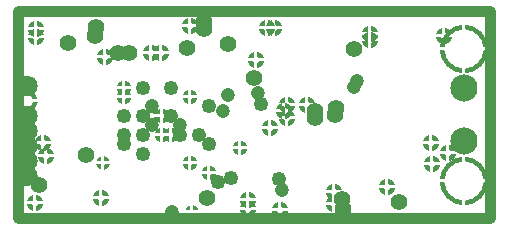
<source format=gbr>
%FSLAX23Y23*%
%MOIN*%
G04 EasyPC Gerber Version 17.0 Build 3379 *
%ADD70C,0.03650*%
%ADD16C,0.04750*%
%ADD14C,0.04921*%
%ADD15C,0.05550*%
%ADD12C,0.07087*%
%ADD11C,0.09068*%
%AMT19*0 Thermal pad*7,0,0,0.04750,0.01600,0.01000,0*%
%ADD19T19*%
%AMT18*0 Thermal pad*7,0,0,0.04921,0.01772,0.01000,0*%
%ADD18T18*%
%AMT17*0 Thermal pad*7,0,0,0.05550,0.02400,0.01000,0*%
%ADD17T17*%
%AMT13*0 Thermal pad*7,0,0,0.07087,0.03937,0.01000,0*%
%ADD13T13*%
%AMT10*0 Thermal pad*7,0,0,0.16205,0.13055,0.01000,0*%
%ADD10T10*%
X0Y0D02*
D02*
D10*
X1758Y353D03*
Y793D03*
D02*
D11*
Y484D03*
Y662D03*
D02*
D12*
X303Y369D03*
Y419D03*
Y469D03*
Y519D03*
Y569D03*
Y669D03*
D02*
D13*
Y619D03*
D02*
D14*
X624Y474D03*
Y505D03*
Y568D03*
X687Y442D03*
Y505D03*
Y568D03*
Y663D03*
X781Y568D03*
Y663D03*
X813Y505D03*
X876D03*
X907Y474D03*
Y600D03*
X939Y348D03*
X982Y363D03*
X1080Y609D03*
X1143Y359D03*
D02*
D15*
X342Y338D03*
X439Y812D03*
X498Y438D03*
X527Y834D03*
X531Y865D03*
X604Y779D03*
X640D03*
X836Y796D03*
X891Y857D03*
Y881D03*
X901Y294D03*
X972Y808D03*
X1059Y694D03*
X1262Y560D03*
Y584D03*
X1328Y570D03*
X1330Y596D03*
X1352Y290D03*
X1354Y259D03*
X1390Y790D03*
X1543Y281D03*
D02*
D16*
X718Y537D03*
Y600D03*
X785Y249D03*
X813Y537D03*
X954Y586D03*
X972Y637D03*
X1073Y645D03*
X1153Y320D03*
X1391Y665D03*
X1403Y686D03*
D02*
D17*
X328Y277D03*
X330Y832D03*
Y857D03*
X354Y479D03*
X366Y436D03*
X549Y294D03*
X563Y765D03*
X714Y779D03*
X748D03*
X846Y867D03*
X1039Y259D03*
Y287D03*
X1065Y755D03*
X1100Y863D03*
X1112Y529D03*
X1126Y863D03*
X1145Y255D03*
X1157Y584D03*
X1167Y605D03*
X1169Y560D03*
X1236Y605D03*
X1325Y275D03*
Y314D03*
X1445Y820D03*
Y842D03*
X1502Y332D03*
X1649Y479D03*
X1651Y408D03*
X1691Y835D03*
X1704Y446D03*
D02*
D18*
X624Y663D03*
X626Y633D03*
X718Y568D03*
X750Y505D03*
Y568D03*
X781Y505D03*
X844Y411D03*
Y631D03*
X907Y379D03*
X1010Y462D03*
D02*
D19*
X555Y411D03*
X852Y247D03*
D02*
D70*
X1844Y228D02*
X270D01*
Y918*
X1844*
Y228*
X0Y0D02*
M02*

</source>
